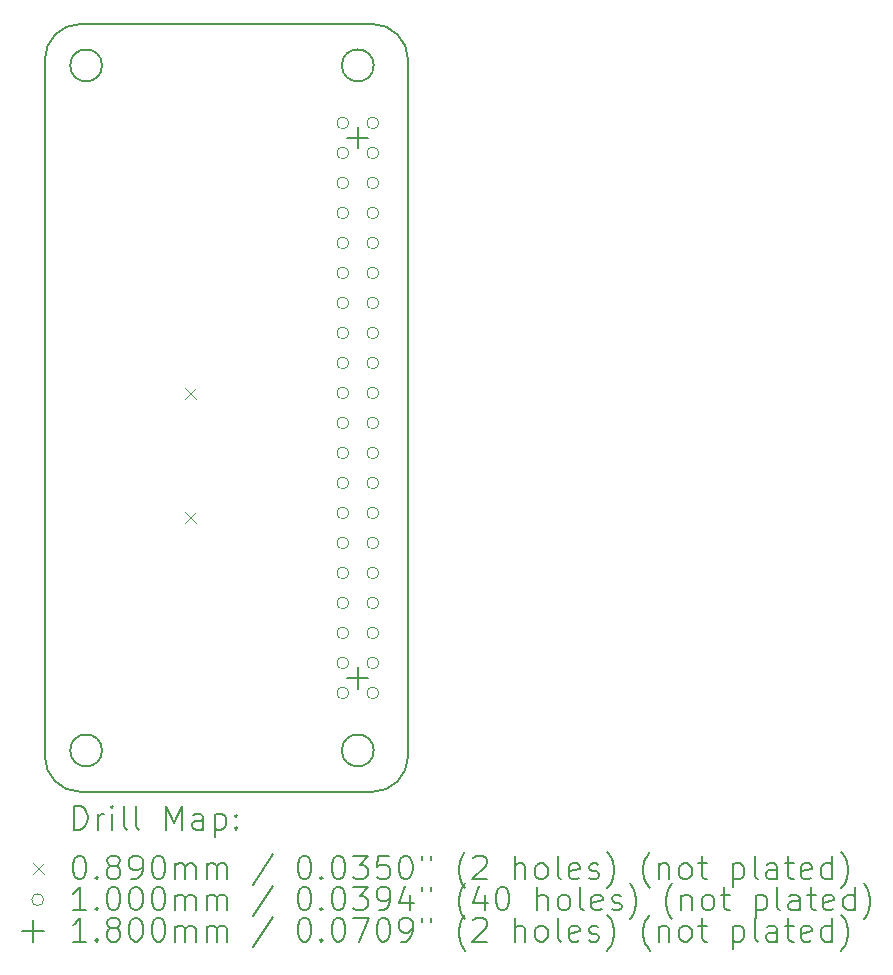
<source format=gbr>
%FSLAX45Y45*%
G04 Gerber Fmt 4.5, Leading zero omitted, Abs format (unit mm)*
G04 Created by KiCad (PCBNEW (6.0.5)) date 2022-06-23 22:14:49*
%MOMM*%
%LPD*%
G01*
G04 APERTURE LIST*
%TA.AperFunction,Profile*%
%ADD10C,0.200000*%
%TD*%
%ADD11C,0.200000*%
%ADD12C,0.089000*%
%ADD13C,0.100000*%
%ADD14C,0.180000*%
G04 APERTURE END LIST*
D10*
X11885000Y-7675000D02*
G75*
G03*
X11885000Y-7675000I-135000J0D01*
G01*
X14185000Y-7675000D02*
G75*
G03*
X14185000Y-7675000I-135000J0D01*
G01*
X11700000Y-7325000D02*
G75*
G03*
X11400000Y-7625000I0J-300000D01*
G01*
X11885000Y-13475000D02*
G75*
G03*
X11885000Y-13475000I-135000J0D01*
G01*
X14475000Y-7625000D02*
G75*
G03*
X14175000Y-7325000I-300000J0D01*
G01*
X14175000Y-13825000D02*
G75*
G03*
X14475000Y-13525000I0J300000D01*
G01*
X11700000Y-7325000D02*
X14175000Y-7325000D01*
X11400000Y-13525000D02*
G75*
G03*
X11700000Y-13825000I300000J0D01*
G01*
X11400000Y-13525000D02*
X11400000Y-7625000D01*
X14185000Y-13475000D02*
G75*
G03*
X14185000Y-13475000I-135000J0D01*
G01*
X14475000Y-7625000D02*
X14475000Y-13525000D01*
X14175000Y-13825000D02*
X11700000Y-13825000D01*
D11*
D12*
X12590500Y-10408000D02*
X12679500Y-10497000D01*
X12679500Y-10408000D02*
X12590500Y-10497000D01*
X12590500Y-11458000D02*
X12679500Y-11547000D01*
X12679500Y-11458000D02*
X12590500Y-11547000D01*
D13*
X13973000Y-8162000D02*
G75*
G03*
X13973000Y-8162000I-50000J0D01*
G01*
X13973000Y-8416000D02*
G75*
G03*
X13973000Y-8416000I-50000J0D01*
G01*
X13973000Y-8670000D02*
G75*
G03*
X13973000Y-8670000I-50000J0D01*
G01*
X13973000Y-8924000D02*
G75*
G03*
X13973000Y-8924000I-50000J0D01*
G01*
X13973000Y-9178000D02*
G75*
G03*
X13973000Y-9178000I-50000J0D01*
G01*
X13973000Y-9432000D02*
G75*
G03*
X13973000Y-9432000I-50000J0D01*
G01*
X13973000Y-9686000D02*
G75*
G03*
X13973000Y-9686000I-50000J0D01*
G01*
X13973000Y-9940000D02*
G75*
G03*
X13973000Y-9940000I-50000J0D01*
G01*
X13973000Y-10194000D02*
G75*
G03*
X13973000Y-10194000I-50000J0D01*
G01*
X13973000Y-10448000D02*
G75*
G03*
X13973000Y-10448000I-50000J0D01*
G01*
X13973000Y-10702000D02*
G75*
G03*
X13973000Y-10702000I-50000J0D01*
G01*
X13973000Y-10956000D02*
G75*
G03*
X13973000Y-10956000I-50000J0D01*
G01*
X13973000Y-11210000D02*
G75*
G03*
X13973000Y-11210000I-50000J0D01*
G01*
X13973000Y-11464000D02*
G75*
G03*
X13973000Y-11464000I-50000J0D01*
G01*
X13973000Y-11718000D02*
G75*
G03*
X13973000Y-11718000I-50000J0D01*
G01*
X13973000Y-11972000D02*
G75*
G03*
X13973000Y-11972000I-50000J0D01*
G01*
X13973000Y-12226000D02*
G75*
G03*
X13973000Y-12226000I-50000J0D01*
G01*
X13973000Y-12480000D02*
G75*
G03*
X13973000Y-12480000I-50000J0D01*
G01*
X13973000Y-12734000D02*
G75*
G03*
X13973000Y-12734000I-50000J0D01*
G01*
X13973000Y-12988000D02*
G75*
G03*
X13973000Y-12988000I-50000J0D01*
G01*
X14227000Y-8162000D02*
G75*
G03*
X14227000Y-8162000I-50000J0D01*
G01*
X14227000Y-8416000D02*
G75*
G03*
X14227000Y-8416000I-50000J0D01*
G01*
X14227000Y-8670000D02*
G75*
G03*
X14227000Y-8670000I-50000J0D01*
G01*
X14227000Y-8924000D02*
G75*
G03*
X14227000Y-8924000I-50000J0D01*
G01*
X14227000Y-9178000D02*
G75*
G03*
X14227000Y-9178000I-50000J0D01*
G01*
X14227000Y-9432000D02*
G75*
G03*
X14227000Y-9432000I-50000J0D01*
G01*
X14227000Y-9686000D02*
G75*
G03*
X14227000Y-9686000I-50000J0D01*
G01*
X14227000Y-9940000D02*
G75*
G03*
X14227000Y-9940000I-50000J0D01*
G01*
X14227000Y-10194000D02*
G75*
G03*
X14227000Y-10194000I-50000J0D01*
G01*
X14227000Y-10448000D02*
G75*
G03*
X14227000Y-10448000I-50000J0D01*
G01*
X14227000Y-10702000D02*
G75*
G03*
X14227000Y-10702000I-50000J0D01*
G01*
X14227000Y-10956000D02*
G75*
G03*
X14227000Y-10956000I-50000J0D01*
G01*
X14227000Y-11210000D02*
G75*
G03*
X14227000Y-11210000I-50000J0D01*
G01*
X14227000Y-11464000D02*
G75*
G03*
X14227000Y-11464000I-50000J0D01*
G01*
X14227000Y-11718000D02*
G75*
G03*
X14227000Y-11718000I-50000J0D01*
G01*
X14227000Y-11972000D02*
G75*
G03*
X14227000Y-11972000I-50000J0D01*
G01*
X14227000Y-12226000D02*
G75*
G03*
X14227000Y-12226000I-50000J0D01*
G01*
X14227000Y-12480000D02*
G75*
G03*
X14227000Y-12480000I-50000J0D01*
G01*
X14227000Y-12734000D02*
G75*
G03*
X14227000Y-12734000I-50000J0D01*
G01*
X14227000Y-12988000D02*
G75*
G03*
X14227000Y-12988000I-50000J0D01*
G01*
D14*
X14050000Y-8197000D02*
X14050000Y-8377000D01*
X13960000Y-8287000D02*
X14140000Y-8287000D01*
X14050000Y-12772000D02*
X14050000Y-12952000D01*
X13960000Y-12862000D02*
X14140000Y-12862000D01*
D11*
X11647619Y-14145476D02*
X11647619Y-13945476D01*
X11695238Y-13945476D01*
X11723810Y-13955000D01*
X11742857Y-13974048D01*
X11752381Y-13993095D01*
X11761905Y-14031190D01*
X11761905Y-14059762D01*
X11752381Y-14097857D01*
X11742857Y-14116905D01*
X11723810Y-14135952D01*
X11695238Y-14145476D01*
X11647619Y-14145476D01*
X11847619Y-14145476D02*
X11847619Y-14012143D01*
X11847619Y-14050238D02*
X11857143Y-14031190D01*
X11866667Y-14021667D01*
X11885714Y-14012143D01*
X11904762Y-14012143D01*
X11971429Y-14145476D02*
X11971429Y-14012143D01*
X11971429Y-13945476D02*
X11961905Y-13955000D01*
X11971429Y-13964524D01*
X11980952Y-13955000D01*
X11971429Y-13945476D01*
X11971429Y-13964524D01*
X12095238Y-14145476D02*
X12076190Y-14135952D01*
X12066667Y-14116905D01*
X12066667Y-13945476D01*
X12200000Y-14145476D02*
X12180952Y-14135952D01*
X12171429Y-14116905D01*
X12171429Y-13945476D01*
X12428571Y-14145476D02*
X12428571Y-13945476D01*
X12495238Y-14088333D01*
X12561905Y-13945476D01*
X12561905Y-14145476D01*
X12742857Y-14145476D02*
X12742857Y-14040714D01*
X12733333Y-14021667D01*
X12714286Y-14012143D01*
X12676190Y-14012143D01*
X12657143Y-14021667D01*
X12742857Y-14135952D02*
X12723810Y-14145476D01*
X12676190Y-14145476D01*
X12657143Y-14135952D01*
X12647619Y-14116905D01*
X12647619Y-14097857D01*
X12657143Y-14078809D01*
X12676190Y-14069286D01*
X12723810Y-14069286D01*
X12742857Y-14059762D01*
X12838095Y-14012143D02*
X12838095Y-14212143D01*
X12838095Y-14021667D02*
X12857143Y-14012143D01*
X12895238Y-14012143D01*
X12914286Y-14021667D01*
X12923810Y-14031190D01*
X12933333Y-14050238D01*
X12933333Y-14107381D01*
X12923810Y-14126428D01*
X12914286Y-14135952D01*
X12895238Y-14145476D01*
X12857143Y-14145476D01*
X12838095Y-14135952D01*
X13019048Y-14126428D02*
X13028571Y-14135952D01*
X13019048Y-14145476D01*
X13009524Y-14135952D01*
X13019048Y-14126428D01*
X13019048Y-14145476D01*
X13019048Y-14021667D02*
X13028571Y-14031190D01*
X13019048Y-14040714D01*
X13009524Y-14031190D01*
X13019048Y-14021667D01*
X13019048Y-14040714D01*
D12*
X11301000Y-14430500D02*
X11390000Y-14519500D01*
X11390000Y-14430500D02*
X11301000Y-14519500D01*
D11*
X11685714Y-14365476D02*
X11704762Y-14365476D01*
X11723810Y-14375000D01*
X11733333Y-14384524D01*
X11742857Y-14403571D01*
X11752381Y-14441667D01*
X11752381Y-14489286D01*
X11742857Y-14527381D01*
X11733333Y-14546428D01*
X11723810Y-14555952D01*
X11704762Y-14565476D01*
X11685714Y-14565476D01*
X11666667Y-14555952D01*
X11657143Y-14546428D01*
X11647619Y-14527381D01*
X11638095Y-14489286D01*
X11638095Y-14441667D01*
X11647619Y-14403571D01*
X11657143Y-14384524D01*
X11666667Y-14375000D01*
X11685714Y-14365476D01*
X11838095Y-14546428D02*
X11847619Y-14555952D01*
X11838095Y-14565476D01*
X11828571Y-14555952D01*
X11838095Y-14546428D01*
X11838095Y-14565476D01*
X11961905Y-14451190D02*
X11942857Y-14441667D01*
X11933333Y-14432143D01*
X11923810Y-14413095D01*
X11923810Y-14403571D01*
X11933333Y-14384524D01*
X11942857Y-14375000D01*
X11961905Y-14365476D01*
X12000000Y-14365476D01*
X12019048Y-14375000D01*
X12028571Y-14384524D01*
X12038095Y-14403571D01*
X12038095Y-14413095D01*
X12028571Y-14432143D01*
X12019048Y-14441667D01*
X12000000Y-14451190D01*
X11961905Y-14451190D01*
X11942857Y-14460714D01*
X11933333Y-14470238D01*
X11923810Y-14489286D01*
X11923810Y-14527381D01*
X11933333Y-14546428D01*
X11942857Y-14555952D01*
X11961905Y-14565476D01*
X12000000Y-14565476D01*
X12019048Y-14555952D01*
X12028571Y-14546428D01*
X12038095Y-14527381D01*
X12038095Y-14489286D01*
X12028571Y-14470238D01*
X12019048Y-14460714D01*
X12000000Y-14451190D01*
X12133333Y-14565476D02*
X12171429Y-14565476D01*
X12190476Y-14555952D01*
X12200000Y-14546428D01*
X12219048Y-14517857D01*
X12228571Y-14479762D01*
X12228571Y-14403571D01*
X12219048Y-14384524D01*
X12209524Y-14375000D01*
X12190476Y-14365476D01*
X12152381Y-14365476D01*
X12133333Y-14375000D01*
X12123810Y-14384524D01*
X12114286Y-14403571D01*
X12114286Y-14451190D01*
X12123810Y-14470238D01*
X12133333Y-14479762D01*
X12152381Y-14489286D01*
X12190476Y-14489286D01*
X12209524Y-14479762D01*
X12219048Y-14470238D01*
X12228571Y-14451190D01*
X12352381Y-14365476D02*
X12371429Y-14365476D01*
X12390476Y-14375000D01*
X12400000Y-14384524D01*
X12409524Y-14403571D01*
X12419048Y-14441667D01*
X12419048Y-14489286D01*
X12409524Y-14527381D01*
X12400000Y-14546428D01*
X12390476Y-14555952D01*
X12371429Y-14565476D01*
X12352381Y-14565476D01*
X12333333Y-14555952D01*
X12323810Y-14546428D01*
X12314286Y-14527381D01*
X12304762Y-14489286D01*
X12304762Y-14441667D01*
X12314286Y-14403571D01*
X12323810Y-14384524D01*
X12333333Y-14375000D01*
X12352381Y-14365476D01*
X12504762Y-14565476D02*
X12504762Y-14432143D01*
X12504762Y-14451190D02*
X12514286Y-14441667D01*
X12533333Y-14432143D01*
X12561905Y-14432143D01*
X12580952Y-14441667D01*
X12590476Y-14460714D01*
X12590476Y-14565476D01*
X12590476Y-14460714D02*
X12600000Y-14441667D01*
X12619048Y-14432143D01*
X12647619Y-14432143D01*
X12666667Y-14441667D01*
X12676190Y-14460714D01*
X12676190Y-14565476D01*
X12771429Y-14565476D02*
X12771429Y-14432143D01*
X12771429Y-14451190D02*
X12780952Y-14441667D01*
X12800000Y-14432143D01*
X12828571Y-14432143D01*
X12847619Y-14441667D01*
X12857143Y-14460714D01*
X12857143Y-14565476D01*
X12857143Y-14460714D02*
X12866667Y-14441667D01*
X12885714Y-14432143D01*
X12914286Y-14432143D01*
X12933333Y-14441667D01*
X12942857Y-14460714D01*
X12942857Y-14565476D01*
X13333333Y-14355952D02*
X13161905Y-14613095D01*
X13590476Y-14365476D02*
X13609524Y-14365476D01*
X13628571Y-14375000D01*
X13638095Y-14384524D01*
X13647619Y-14403571D01*
X13657143Y-14441667D01*
X13657143Y-14489286D01*
X13647619Y-14527381D01*
X13638095Y-14546428D01*
X13628571Y-14555952D01*
X13609524Y-14565476D01*
X13590476Y-14565476D01*
X13571429Y-14555952D01*
X13561905Y-14546428D01*
X13552381Y-14527381D01*
X13542857Y-14489286D01*
X13542857Y-14441667D01*
X13552381Y-14403571D01*
X13561905Y-14384524D01*
X13571429Y-14375000D01*
X13590476Y-14365476D01*
X13742857Y-14546428D02*
X13752381Y-14555952D01*
X13742857Y-14565476D01*
X13733333Y-14555952D01*
X13742857Y-14546428D01*
X13742857Y-14565476D01*
X13876190Y-14365476D02*
X13895238Y-14365476D01*
X13914286Y-14375000D01*
X13923810Y-14384524D01*
X13933333Y-14403571D01*
X13942857Y-14441667D01*
X13942857Y-14489286D01*
X13933333Y-14527381D01*
X13923810Y-14546428D01*
X13914286Y-14555952D01*
X13895238Y-14565476D01*
X13876190Y-14565476D01*
X13857143Y-14555952D01*
X13847619Y-14546428D01*
X13838095Y-14527381D01*
X13828571Y-14489286D01*
X13828571Y-14441667D01*
X13838095Y-14403571D01*
X13847619Y-14384524D01*
X13857143Y-14375000D01*
X13876190Y-14365476D01*
X14009524Y-14365476D02*
X14133333Y-14365476D01*
X14066667Y-14441667D01*
X14095238Y-14441667D01*
X14114286Y-14451190D01*
X14123810Y-14460714D01*
X14133333Y-14479762D01*
X14133333Y-14527381D01*
X14123810Y-14546428D01*
X14114286Y-14555952D01*
X14095238Y-14565476D01*
X14038095Y-14565476D01*
X14019048Y-14555952D01*
X14009524Y-14546428D01*
X14314286Y-14365476D02*
X14219048Y-14365476D01*
X14209524Y-14460714D01*
X14219048Y-14451190D01*
X14238095Y-14441667D01*
X14285714Y-14441667D01*
X14304762Y-14451190D01*
X14314286Y-14460714D01*
X14323810Y-14479762D01*
X14323810Y-14527381D01*
X14314286Y-14546428D01*
X14304762Y-14555952D01*
X14285714Y-14565476D01*
X14238095Y-14565476D01*
X14219048Y-14555952D01*
X14209524Y-14546428D01*
X14447619Y-14365476D02*
X14466667Y-14365476D01*
X14485714Y-14375000D01*
X14495238Y-14384524D01*
X14504762Y-14403571D01*
X14514286Y-14441667D01*
X14514286Y-14489286D01*
X14504762Y-14527381D01*
X14495238Y-14546428D01*
X14485714Y-14555952D01*
X14466667Y-14565476D01*
X14447619Y-14565476D01*
X14428571Y-14555952D01*
X14419048Y-14546428D01*
X14409524Y-14527381D01*
X14400000Y-14489286D01*
X14400000Y-14441667D01*
X14409524Y-14403571D01*
X14419048Y-14384524D01*
X14428571Y-14375000D01*
X14447619Y-14365476D01*
X14590476Y-14365476D02*
X14590476Y-14403571D01*
X14666667Y-14365476D02*
X14666667Y-14403571D01*
X14961905Y-14641667D02*
X14952381Y-14632143D01*
X14933333Y-14603571D01*
X14923810Y-14584524D01*
X14914286Y-14555952D01*
X14904762Y-14508333D01*
X14904762Y-14470238D01*
X14914286Y-14422619D01*
X14923810Y-14394048D01*
X14933333Y-14375000D01*
X14952381Y-14346428D01*
X14961905Y-14336905D01*
X15028571Y-14384524D02*
X15038095Y-14375000D01*
X15057143Y-14365476D01*
X15104762Y-14365476D01*
X15123810Y-14375000D01*
X15133333Y-14384524D01*
X15142857Y-14403571D01*
X15142857Y-14422619D01*
X15133333Y-14451190D01*
X15019048Y-14565476D01*
X15142857Y-14565476D01*
X15380952Y-14565476D02*
X15380952Y-14365476D01*
X15466667Y-14565476D02*
X15466667Y-14460714D01*
X15457143Y-14441667D01*
X15438095Y-14432143D01*
X15409524Y-14432143D01*
X15390476Y-14441667D01*
X15380952Y-14451190D01*
X15590476Y-14565476D02*
X15571429Y-14555952D01*
X15561905Y-14546428D01*
X15552381Y-14527381D01*
X15552381Y-14470238D01*
X15561905Y-14451190D01*
X15571429Y-14441667D01*
X15590476Y-14432143D01*
X15619048Y-14432143D01*
X15638095Y-14441667D01*
X15647619Y-14451190D01*
X15657143Y-14470238D01*
X15657143Y-14527381D01*
X15647619Y-14546428D01*
X15638095Y-14555952D01*
X15619048Y-14565476D01*
X15590476Y-14565476D01*
X15771429Y-14565476D02*
X15752381Y-14555952D01*
X15742857Y-14536905D01*
X15742857Y-14365476D01*
X15923810Y-14555952D02*
X15904762Y-14565476D01*
X15866667Y-14565476D01*
X15847619Y-14555952D01*
X15838095Y-14536905D01*
X15838095Y-14460714D01*
X15847619Y-14441667D01*
X15866667Y-14432143D01*
X15904762Y-14432143D01*
X15923810Y-14441667D01*
X15933333Y-14460714D01*
X15933333Y-14479762D01*
X15838095Y-14498809D01*
X16009524Y-14555952D02*
X16028571Y-14565476D01*
X16066667Y-14565476D01*
X16085714Y-14555952D01*
X16095238Y-14536905D01*
X16095238Y-14527381D01*
X16085714Y-14508333D01*
X16066667Y-14498809D01*
X16038095Y-14498809D01*
X16019048Y-14489286D01*
X16009524Y-14470238D01*
X16009524Y-14460714D01*
X16019048Y-14441667D01*
X16038095Y-14432143D01*
X16066667Y-14432143D01*
X16085714Y-14441667D01*
X16161905Y-14641667D02*
X16171429Y-14632143D01*
X16190476Y-14603571D01*
X16200000Y-14584524D01*
X16209524Y-14555952D01*
X16219048Y-14508333D01*
X16219048Y-14470238D01*
X16209524Y-14422619D01*
X16200000Y-14394048D01*
X16190476Y-14375000D01*
X16171429Y-14346428D01*
X16161905Y-14336905D01*
X16523810Y-14641667D02*
X16514286Y-14632143D01*
X16495238Y-14603571D01*
X16485714Y-14584524D01*
X16476190Y-14555952D01*
X16466667Y-14508333D01*
X16466667Y-14470238D01*
X16476190Y-14422619D01*
X16485714Y-14394048D01*
X16495238Y-14375000D01*
X16514286Y-14346428D01*
X16523810Y-14336905D01*
X16600000Y-14432143D02*
X16600000Y-14565476D01*
X16600000Y-14451190D02*
X16609524Y-14441667D01*
X16628571Y-14432143D01*
X16657143Y-14432143D01*
X16676190Y-14441667D01*
X16685714Y-14460714D01*
X16685714Y-14565476D01*
X16809524Y-14565476D02*
X16790476Y-14555952D01*
X16780952Y-14546428D01*
X16771429Y-14527381D01*
X16771429Y-14470238D01*
X16780952Y-14451190D01*
X16790476Y-14441667D01*
X16809524Y-14432143D01*
X16838095Y-14432143D01*
X16857143Y-14441667D01*
X16866667Y-14451190D01*
X16876191Y-14470238D01*
X16876191Y-14527381D01*
X16866667Y-14546428D01*
X16857143Y-14555952D01*
X16838095Y-14565476D01*
X16809524Y-14565476D01*
X16933333Y-14432143D02*
X17009524Y-14432143D01*
X16961905Y-14365476D02*
X16961905Y-14536905D01*
X16971429Y-14555952D01*
X16990476Y-14565476D01*
X17009524Y-14565476D01*
X17228572Y-14432143D02*
X17228572Y-14632143D01*
X17228572Y-14441667D02*
X17247619Y-14432143D01*
X17285714Y-14432143D01*
X17304762Y-14441667D01*
X17314286Y-14451190D01*
X17323810Y-14470238D01*
X17323810Y-14527381D01*
X17314286Y-14546428D01*
X17304762Y-14555952D01*
X17285714Y-14565476D01*
X17247619Y-14565476D01*
X17228572Y-14555952D01*
X17438095Y-14565476D02*
X17419048Y-14555952D01*
X17409524Y-14536905D01*
X17409524Y-14365476D01*
X17600000Y-14565476D02*
X17600000Y-14460714D01*
X17590476Y-14441667D01*
X17571429Y-14432143D01*
X17533333Y-14432143D01*
X17514286Y-14441667D01*
X17600000Y-14555952D02*
X17580952Y-14565476D01*
X17533333Y-14565476D01*
X17514286Y-14555952D01*
X17504762Y-14536905D01*
X17504762Y-14517857D01*
X17514286Y-14498809D01*
X17533333Y-14489286D01*
X17580952Y-14489286D01*
X17600000Y-14479762D01*
X17666667Y-14432143D02*
X17742857Y-14432143D01*
X17695238Y-14365476D02*
X17695238Y-14536905D01*
X17704762Y-14555952D01*
X17723810Y-14565476D01*
X17742857Y-14565476D01*
X17885714Y-14555952D02*
X17866667Y-14565476D01*
X17828572Y-14565476D01*
X17809524Y-14555952D01*
X17800000Y-14536905D01*
X17800000Y-14460714D01*
X17809524Y-14441667D01*
X17828572Y-14432143D01*
X17866667Y-14432143D01*
X17885714Y-14441667D01*
X17895238Y-14460714D01*
X17895238Y-14479762D01*
X17800000Y-14498809D01*
X18066667Y-14565476D02*
X18066667Y-14365476D01*
X18066667Y-14555952D02*
X18047619Y-14565476D01*
X18009524Y-14565476D01*
X17990476Y-14555952D01*
X17980952Y-14546428D01*
X17971429Y-14527381D01*
X17971429Y-14470238D01*
X17980952Y-14451190D01*
X17990476Y-14441667D01*
X18009524Y-14432143D01*
X18047619Y-14432143D01*
X18066667Y-14441667D01*
X18142857Y-14641667D02*
X18152381Y-14632143D01*
X18171429Y-14603571D01*
X18180952Y-14584524D01*
X18190476Y-14555952D01*
X18200000Y-14508333D01*
X18200000Y-14470238D01*
X18190476Y-14422619D01*
X18180952Y-14394048D01*
X18171429Y-14375000D01*
X18152381Y-14346428D01*
X18142857Y-14336905D01*
D13*
X11390000Y-14739000D02*
G75*
G03*
X11390000Y-14739000I-50000J0D01*
G01*
D11*
X11752381Y-14829476D02*
X11638095Y-14829476D01*
X11695238Y-14829476D02*
X11695238Y-14629476D01*
X11676190Y-14658048D01*
X11657143Y-14677095D01*
X11638095Y-14686619D01*
X11838095Y-14810428D02*
X11847619Y-14819952D01*
X11838095Y-14829476D01*
X11828571Y-14819952D01*
X11838095Y-14810428D01*
X11838095Y-14829476D01*
X11971429Y-14629476D02*
X11990476Y-14629476D01*
X12009524Y-14639000D01*
X12019048Y-14648524D01*
X12028571Y-14667571D01*
X12038095Y-14705667D01*
X12038095Y-14753286D01*
X12028571Y-14791381D01*
X12019048Y-14810428D01*
X12009524Y-14819952D01*
X11990476Y-14829476D01*
X11971429Y-14829476D01*
X11952381Y-14819952D01*
X11942857Y-14810428D01*
X11933333Y-14791381D01*
X11923810Y-14753286D01*
X11923810Y-14705667D01*
X11933333Y-14667571D01*
X11942857Y-14648524D01*
X11952381Y-14639000D01*
X11971429Y-14629476D01*
X12161905Y-14629476D02*
X12180952Y-14629476D01*
X12200000Y-14639000D01*
X12209524Y-14648524D01*
X12219048Y-14667571D01*
X12228571Y-14705667D01*
X12228571Y-14753286D01*
X12219048Y-14791381D01*
X12209524Y-14810428D01*
X12200000Y-14819952D01*
X12180952Y-14829476D01*
X12161905Y-14829476D01*
X12142857Y-14819952D01*
X12133333Y-14810428D01*
X12123810Y-14791381D01*
X12114286Y-14753286D01*
X12114286Y-14705667D01*
X12123810Y-14667571D01*
X12133333Y-14648524D01*
X12142857Y-14639000D01*
X12161905Y-14629476D01*
X12352381Y-14629476D02*
X12371429Y-14629476D01*
X12390476Y-14639000D01*
X12400000Y-14648524D01*
X12409524Y-14667571D01*
X12419048Y-14705667D01*
X12419048Y-14753286D01*
X12409524Y-14791381D01*
X12400000Y-14810428D01*
X12390476Y-14819952D01*
X12371429Y-14829476D01*
X12352381Y-14829476D01*
X12333333Y-14819952D01*
X12323810Y-14810428D01*
X12314286Y-14791381D01*
X12304762Y-14753286D01*
X12304762Y-14705667D01*
X12314286Y-14667571D01*
X12323810Y-14648524D01*
X12333333Y-14639000D01*
X12352381Y-14629476D01*
X12504762Y-14829476D02*
X12504762Y-14696143D01*
X12504762Y-14715190D02*
X12514286Y-14705667D01*
X12533333Y-14696143D01*
X12561905Y-14696143D01*
X12580952Y-14705667D01*
X12590476Y-14724714D01*
X12590476Y-14829476D01*
X12590476Y-14724714D02*
X12600000Y-14705667D01*
X12619048Y-14696143D01*
X12647619Y-14696143D01*
X12666667Y-14705667D01*
X12676190Y-14724714D01*
X12676190Y-14829476D01*
X12771429Y-14829476D02*
X12771429Y-14696143D01*
X12771429Y-14715190D02*
X12780952Y-14705667D01*
X12800000Y-14696143D01*
X12828571Y-14696143D01*
X12847619Y-14705667D01*
X12857143Y-14724714D01*
X12857143Y-14829476D01*
X12857143Y-14724714D02*
X12866667Y-14705667D01*
X12885714Y-14696143D01*
X12914286Y-14696143D01*
X12933333Y-14705667D01*
X12942857Y-14724714D01*
X12942857Y-14829476D01*
X13333333Y-14619952D02*
X13161905Y-14877095D01*
X13590476Y-14629476D02*
X13609524Y-14629476D01*
X13628571Y-14639000D01*
X13638095Y-14648524D01*
X13647619Y-14667571D01*
X13657143Y-14705667D01*
X13657143Y-14753286D01*
X13647619Y-14791381D01*
X13638095Y-14810428D01*
X13628571Y-14819952D01*
X13609524Y-14829476D01*
X13590476Y-14829476D01*
X13571429Y-14819952D01*
X13561905Y-14810428D01*
X13552381Y-14791381D01*
X13542857Y-14753286D01*
X13542857Y-14705667D01*
X13552381Y-14667571D01*
X13561905Y-14648524D01*
X13571429Y-14639000D01*
X13590476Y-14629476D01*
X13742857Y-14810428D02*
X13752381Y-14819952D01*
X13742857Y-14829476D01*
X13733333Y-14819952D01*
X13742857Y-14810428D01*
X13742857Y-14829476D01*
X13876190Y-14629476D02*
X13895238Y-14629476D01*
X13914286Y-14639000D01*
X13923810Y-14648524D01*
X13933333Y-14667571D01*
X13942857Y-14705667D01*
X13942857Y-14753286D01*
X13933333Y-14791381D01*
X13923810Y-14810428D01*
X13914286Y-14819952D01*
X13895238Y-14829476D01*
X13876190Y-14829476D01*
X13857143Y-14819952D01*
X13847619Y-14810428D01*
X13838095Y-14791381D01*
X13828571Y-14753286D01*
X13828571Y-14705667D01*
X13838095Y-14667571D01*
X13847619Y-14648524D01*
X13857143Y-14639000D01*
X13876190Y-14629476D01*
X14009524Y-14629476D02*
X14133333Y-14629476D01*
X14066667Y-14705667D01*
X14095238Y-14705667D01*
X14114286Y-14715190D01*
X14123810Y-14724714D01*
X14133333Y-14743762D01*
X14133333Y-14791381D01*
X14123810Y-14810428D01*
X14114286Y-14819952D01*
X14095238Y-14829476D01*
X14038095Y-14829476D01*
X14019048Y-14819952D01*
X14009524Y-14810428D01*
X14228571Y-14829476D02*
X14266667Y-14829476D01*
X14285714Y-14819952D01*
X14295238Y-14810428D01*
X14314286Y-14781857D01*
X14323810Y-14743762D01*
X14323810Y-14667571D01*
X14314286Y-14648524D01*
X14304762Y-14639000D01*
X14285714Y-14629476D01*
X14247619Y-14629476D01*
X14228571Y-14639000D01*
X14219048Y-14648524D01*
X14209524Y-14667571D01*
X14209524Y-14715190D01*
X14219048Y-14734238D01*
X14228571Y-14743762D01*
X14247619Y-14753286D01*
X14285714Y-14753286D01*
X14304762Y-14743762D01*
X14314286Y-14734238D01*
X14323810Y-14715190D01*
X14495238Y-14696143D02*
X14495238Y-14829476D01*
X14447619Y-14619952D02*
X14400000Y-14762809D01*
X14523810Y-14762809D01*
X14590476Y-14629476D02*
X14590476Y-14667571D01*
X14666667Y-14629476D02*
X14666667Y-14667571D01*
X14961905Y-14905667D02*
X14952381Y-14896143D01*
X14933333Y-14867571D01*
X14923810Y-14848524D01*
X14914286Y-14819952D01*
X14904762Y-14772333D01*
X14904762Y-14734238D01*
X14914286Y-14686619D01*
X14923810Y-14658048D01*
X14933333Y-14639000D01*
X14952381Y-14610428D01*
X14961905Y-14600905D01*
X15123810Y-14696143D02*
X15123810Y-14829476D01*
X15076190Y-14619952D02*
X15028571Y-14762809D01*
X15152381Y-14762809D01*
X15266667Y-14629476D02*
X15285714Y-14629476D01*
X15304762Y-14639000D01*
X15314286Y-14648524D01*
X15323810Y-14667571D01*
X15333333Y-14705667D01*
X15333333Y-14753286D01*
X15323810Y-14791381D01*
X15314286Y-14810428D01*
X15304762Y-14819952D01*
X15285714Y-14829476D01*
X15266667Y-14829476D01*
X15247619Y-14819952D01*
X15238095Y-14810428D01*
X15228571Y-14791381D01*
X15219048Y-14753286D01*
X15219048Y-14705667D01*
X15228571Y-14667571D01*
X15238095Y-14648524D01*
X15247619Y-14639000D01*
X15266667Y-14629476D01*
X15571429Y-14829476D02*
X15571429Y-14629476D01*
X15657143Y-14829476D02*
X15657143Y-14724714D01*
X15647619Y-14705667D01*
X15628571Y-14696143D01*
X15600000Y-14696143D01*
X15580952Y-14705667D01*
X15571429Y-14715190D01*
X15780952Y-14829476D02*
X15761905Y-14819952D01*
X15752381Y-14810428D01*
X15742857Y-14791381D01*
X15742857Y-14734238D01*
X15752381Y-14715190D01*
X15761905Y-14705667D01*
X15780952Y-14696143D01*
X15809524Y-14696143D01*
X15828571Y-14705667D01*
X15838095Y-14715190D01*
X15847619Y-14734238D01*
X15847619Y-14791381D01*
X15838095Y-14810428D01*
X15828571Y-14819952D01*
X15809524Y-14829476D01*
X15780952Y-14829476D01*
X15961905Y-14829476D02*
X15942857Y-14819952D01*
X15933333Y-14800905D01*
X15933333Y-14629476D01*
X16114286Y-14819952D02*
X16095238Y-14829476D01*
X16057143Y-14829476D01*
X16038095Y-14819952D01*
X16028571Y-14800905D01*
X16028571Y-14724714D01*
X16038095Y-14705667D01*
X16057143Y-14696143D01*
X16095238Y-14696143D01*
X16114286Y-14705667D01*
X16123810Y-14724714D01*
X16123810Y-14743762D01*
X16028571Y-14762809D01*
X16200000Y-14819952D02*
X16219048Y-14829476D01*
X16257143Y-14829476D01*
X16276190Y-14819952D01*
X16285714Y-14800905D01*
X16285714Y-14791381D01*
X16276190Y-14772333D01*
X16257143Y-14762809D01*
X16228571Y-14762809D01*
X16209524Y-14753286D01*
X16200000Y-14734238D01*
X16200000Y-14724714D01*
X16209524Y-14705667D01*
X16228571Y-14696143D01*
X16257143Y-14696143D01*
X16276190Y-14705667D01*
X16352381Y-14905667D02*
X16361905Y-14896143D01*
X16380952Y-14867571D01*
X16390476Y-14848524D01*
X16400000Y-14819952D01*
X16409524Y-14772333D01*
X16409524Y-14734238D01*
X16400000Y-14686619D01*
X16390476Y-14658048D01*
X16380952Y-14639000D01*
X16361905Y-14610428D01*
X16352381Y-14600905D01*
X16714286Y-14905667D02*
X16704762Y-14896143D01*
X16685714Y-14867571D01*
X16676190Y-14848524D01*
X16666667Y-14819952D01*
X16657143Y-14772333D01*
X16657143Y-14734238D01*
X16666667Y-14686619D01*
X16676190Y-14658048D01*
X16685714Y-14639000D01*
X16704762Y-14610428D01*
X16714286Y-14600905D01*
X16790476Y-14696143D02*
X16790476Y-14829476D01*
X16790476Y-14715190D02*
X16800000Y-14705667D01*
X16819048Y-14696143D01*
X16847619Y-14696143D01*
X16866667Y-14705667D01*
X16876191Y-14724714D01*
X16876191Y-14829476D01*
X17000000Y-14829476D02*
X16980952Y-14819952D01*
X16971429Y-14810428D01*
X16961905Y-14791381D01*
X16961905Y-14734238D01*
X16971429Y-14715190D01*
X16980952Y-14705667D01*
X17000000Y-14696143D01*
X17028572Y-14696143D01*
X17047619Y-14705667D01*
X17057143Y-14715190D01*
X17066667Y-14734238D01*
X17066667Y-14791381D01*
X17057143Y-14810428D01*
X17047619Y-14819952D01*
X17028572Y-14829476D01*
X17000000Y-14829476D01*
X17123810Y-14696143D02*
X17200000Y-14696143D01*
X17152381Y-14629476D02*
X17152381Y-14800905D01*
X17161905Y-14819952D01*
X17180952Y-14829476D01*
X17200000Y-14829476D01*
X17419048Y-14696143D02*
X17419048Y-14896143D01*
X17419048Y-14705667D02*
X17438095Y-14696143D01*
X17476191Y-14696143D01*
X17495238Y-14705667D01*
X17504762Y-14715190D01*
X17514286Y-14734238D01*
X17514286Y-14791381D01*
X17504762Y-14810428D01*
X17495238Y-14819952D01*
X17476191Y-14829476D01*
X17438095Y-14829476D01*
X17419048Y-14819952D01*
X17628572Y-14829476D02*
X17609524Y-14819952D01*
X17600000Y-14800905D01*
X17600000Y-14629476D01*
X17790476Y-14829476D02*
X17790476Y-14724714D01*
X17780952Y-14705667D01*
X17761905Y-14696143D01*
X17723810Y-14696143D01*
X17704762Y-14705667D01*
X17790476Y-14819952D02*
X17771429Y-14829476D01*
X17723810Y-14829476D01*
X17704762Y-14819952D01*
X17695238Y-14800905D01*
X17695238Y-14781857D01*
X17704762Y-14762809D01*
X17723810Y-14753286D01*
X17771429Y-14753286D01*
X17790476Y-14743762D01*
X17857143Y-14696143D02*
X17933333Y-14696143D01*
X17885714Y-14629476D02*
X17885714Y-14800905D01*
X17895238Y-14819952D01*
X17914286Y-14829476D01*
X17933333Y-14829476D01*
X18076191Y-14819952D02*
X18057143Y-14829476D01*
X18019048Y-14829476D01*
X18000000Y-14819952D01*
X17990476Y-14800905D01*
X17990476Y-14724714D01*
X18000000Y-14705667D01*
X18019048Y-14696143D01*
X18057143Y-14696143D01*
X18076191Y-14705667D01*
X18085714Y-14724714D01*
X18085714Y-14743762D01*
X17990476Y-14762809D01*
X18257143Y-14829476D02*
X18257143Y-14629476D01*
X18257143Y-14819952D02*
X18238095Y-14829476D01*
X18200000Y-14829476D01*
X18180952Y-14819952D01*
X18171429Y-14810428D01*
X18161905Y-14791381D01*
X18161905Y-14734238D01*
X18171429Y-14715190D01*
X18180952Y-14705667D01*
X18200000Y-14696143D01*
X18238095Y-14696143D01*
X18257143Y-14705667D01*
X18333333Y-14905667D02*
X18342857Y-14896143D01*
X18361905Y-14867571D01*
X18371429Y-14848524D01*
X18380952Y-14819952D01*
X18390476Y-14772333D01*
X18390476Y-14734238D01*
X18380952Y-14686619D01*
X18371429Y-14658048D01*
X18361905Y-14639000D01*
X18342857Y-14610428D01*
X18333333Y-14600905D01*
D14*
X11300000Y-14913000D02*
X11300000Y-15093000D01*
X11210000Y-15003000D02*
X11390000Y-15003000D01*
D11*
X11752381Y-15093476D02*
X11638095Y-15093476D01*
X11695238Y-15093476D02*
X11695238Y-14893476D01*
X11676190Y-14922048D01*
X11657143Y-14941095D01*
X11638095Y-14950619D01*
X11838095Y-15074428D02*
X11847619Y-15083952D01*
X11838095Y-15093476D01*
X11828571Y-15083952D01*
X11838095Y-15074428D01*
X11838095Y-15093476D01*
X11961905Y-14979190D02*
X11942857Y-14969667D01*
X11933333Y-14960143D01*
X11923810Y-14941095D01*
X11923810Y-14931571D01*
X11933333Y-14912524D01*
X11942857Y-14903000D01*
X11961905Y-14893476D01*
X12000000Y-14893476D01*
X12019048Y-14903000D01*
X12028571Y-14912524D01*
X12038095Y-14931571D01*
X12038095Y-14941095D01*
X12028571Y-14960143D01*
X12019048Y-14969667D01*
X12000000Y-14979190D01*
X11961905Y-14979190D01*
X11942857Y-14988714D01*
X11933333Y-14998238D01*
X11923810Y-15017286D01*
X11923810Y-15055381D01*
X11933333Y-15074428D01*
X11942857Y-15083952D01*
X11961905Y-15093476D01*
X12000000Y-15093476D01*
X12019048Y-15083952D01*
X12028571Y-15074428D01*
X12038095Y-15055381D01*
X12038095Y-15017286D01*
X12028571Y-14998238D01*
X12019048Y-14988714D01*
X12000000Y-14979190D01*
X12161905Y-14893476D02*
X12180952Y-14893476D01*
X12200000Y-14903000D01*
X12209524Y-14912524D01*
X12219048Y-14931571D01*
X12228571Y-14969667D01*
X12228571Y-15017286D01*
X12219048Y-15055381D01*
X12209524Y-15074428D01*
X12200000Y-15083952D01*
X12180952Y-15093476D01*
X12161905Y-15093476D01*
X12142857Y-15083952D01*
X12133333Y-15074428D01*
X12123810Y-15055381D01*
X12114286Y-15017286D01*
X12114286Y-14969667D01*
X12123810Y-14931571D01*
X12133333Y-14912524D01*
X12142857Y-14903000D01*
X12161905Y-14893476D01*
X12352381Y-14893476D02*
X12371429Y-14893476D01*
X12390476Y-14903000D01*
X12400000Y-14912524D01*
X12409524Y-14931571D01*
X12419048Y-14969667D01*
X12419048Y-15017286D01*
X12409524Y-15055381D01*
X12400000Y-15074428D01*
X12390476Y-15083952D01*
X12371429Y-15093476D01*
X12352381Y-15093476D01*
X12333333Y-15083952D01*
X12323810Y-15074428D01*
X12314286Y-15055381D01*
X12304762Y-15017286D01*
X12304762Y-14969667D01*
X12314286Y-14931571D01*
X12323810Y-14912524D01*
X12333333Y-14903000D01*
X12352381Y-14893476D01*
X12504762Y-15093476D02*
X12504762Y-14960143D01*
X12504762Y-14979190D02*
X12514286Y-14969667D01*
X12533333Y-14960143D01*
X12561905Y-14960143D01*
X12580952Y-14969667D01*
X12590476Y-14988714D01*
X12590476Y-15093476D01*
X12590476Y-14988714D02*
X12600000Y-14969667D01*
X12619048Y-14960143D01*
X12647619Y-14960143D01*
X12666667Y-14969667D01*
X12676190Y-14988714D01*
X12676190Y-15093476D01*
X12771429Y-15093476D02*
X12771429Y-14960143D01*
X12771429Y-14979190D02*
X12780952Y-14969667D01*
X12800000Y-14960143D01*
X12828571Y-14960143D01*
X12847619Y-14969667D01*
X12857143Y-14988714D01*
X12857143Y-15093476D01*
X12857143Y-14988714D02*
X12866667Y-14969667D01*
X12885714Y-14960143D01*
X12914286Y-14960143D01*
X12933333Y-14969667D01*
X12942857Y-14988714D01*
X12942857Y-15093476D01*
X13333333Y-14883952D02*
X13161905Y-15141095D01*
X13590476Y-14893476D02*
X13609524Y-14893476D01*
X13628571Y-14903000D01*
X13638095Y-14912524D01*
X13647619Y-14931571D01*
X13657143Y-14969667D01*
X13657143Y-15017286D01*
X13647619Y-15055381D01*
X13638095Y-15074428D01*
X13628571Y-15083952D01*
X13609524Y-15093476D01*
X13590476Y-15093476D01*
X13571429Y-15083952D01*
X13561905Y-15074428D01*
X13552381Y-15055381D01*
X13542857Y-15017286D01*
X13542857Y-14969667D01*
X13552381Y-14931571D01*
X13561905Y-14912524D01*
X13571429Y-14903000D01*
X13590476Y-14893476D01*
X13742857Y-15074428D02*
X13752381Y-15083952D01*
X13742857Y-15093476D01*
X13733333Y-15083952D01*
X13742857Y-15074428D01*
X13742857Y-15093476D01*
X13876190Y-14893476D02*
X13895238Y-14893476D01*
X13914286Y-14903000D01*
X13923810Y-14912524D01*
X13933333Y-14931571D01*
X13942857Y-14969667D01*
X13942857Y-15017286D01*
X13933333Y-15055381D01*
X13923810Y-15074428D01*
X13914286Y-15083952D01*
X13895238Y-15093476D01*
X13876190Y-15093476D01*
X13857143Y-15083952D01*
X13847619Y-15074428D01*
X13838095Y-15055381D01*
X13828571Y-15017286D01*
X13828571Y-14969667D01*
X13838095Y-14931571D01*
X13847619Y-14912524D01*
X13857143Y-14903000D01*
X13876190Y-14893476D01*
X14009524Y-14893476D02*
X14142857Y-14893476D01*
X14057143Y-15093476D01*
X14257143Y-14893476D02*
X14276190Y-14893476D01*
X14295238Y-14903000D01*
X14304762Y-14912524D01*
X14314286Y-14931571D01*
X14323810Y-14969667D01*
X14323810Y-15017286D01*
X14314286Y-15055381D01*
X14304762Y-15074428D01*
X14295238Y-15083952D01*
X14276190Y-15093476D01*
X14257143Y-15093476D01*
X14238095Y-15083952D01*
X14228571Y-15074428D01*
X14219048Y-15055381D01*
X14209524Y-15017286D01*
X14209524Y-14969667D01*
X14219048Y-14931571D01*
X14228571Y-14912524D01*
X14238095Y-14903000D01*
X14257143Y-14893476D01*
X14419048Y-15093476D02*
X14457143Y-15093476D01*
X14476190Y-15083952D01*
X14485714Y-15074428D01*
X14504762Y-15045857D01*
X14514286Y-15007762D01*
X14514286Y-14931571D01*
X14504762Y-14912524D01*
X14495238Y-14903000D01*
X14476190Y-14893476D01*
X14438095Y-14893476D01*
X14419048Y-14903000D01*
X14409524Y-14912524D01*
X14400000Y-14931571D01*
X14400000Y-14979190D01*
X14409524Y-14998238D01*
X14419048Y-15007762D01*
X14438095Y-15017286D01*
X14476190Y-15017286D01*
X14495238Y-15007762D01*
X14504762Y-14998238D01*
X14514286Y-14979190D01*
X14590476Y-14893476D02*
X14590476Y-14931571D01*
X14666667Y-14893476D02*
X14666667Y-14931571D01*
X14961905Y-15169667D02*
X14952381Y-15160143D01*
X14933333Y-15131571D01*
X14923810Y-15112524D01*
X14914286Y-15083952D01*
X14904762Y-15036333D01*
X14904762Y-14998238D01*
X14914286Y-14950619D01*
X14923810Y-14922048D01*
X14933333Y-14903000D01*
X14952381Y-14874428D01*
X14961905Y-14864905D01*
X15028571Y-14912524D02*
X15038095Y-14903000D01*
X15057143Y-14893476D01*
X15104762Y-14893476D01*
X15123810Y-14903000D01*
X15133333Y-14912524D01*
X15142857Y-14931571D01*
X15142857Y-14950619D01*
X15133333Y-14979190D01*
X15019048Y-15093476D01*
X15142857Y-15093476D01*
X15380952Y-15093476D02*
X15380952Y-14893476D01*
X15466667Y-15093476D02*
X15466667Y-14988714D01*
X15457143Y-14969667D01*
X15438095Y-14960143D01*
X15409524Y-14960143D01*
X15390476Y-14969667D01*
X15380952Y-14979190D01*
X15590476Y-15093476D02*
X15571429Y-15083952D01*
X15561905Y-15074428D01*
X15552381Y-15055381D01*
X15552381Y-14998238D01*
X15561905Y-14979190D01*
X15571429Y-14969667D01*
X15590476Y-14960143D01*
X15619048Y-14960143D01*
X15638095Y-14969667D01*
X15647619Y-14979190D01*
X15657143Y-14998238D01*
X15657143Y-15055381D01*
X15647619Y-15074428D01*
X15638095Y-15083952D01*
X15619048Y-15093476D01*
X15590476Y-15093476D01*
X15771429Y-15093476D02*
X15752381Y-15083952D01*
X15742857Y-15064905D01*
X15742857Y-14893476D01*
X15923810Y-15083952D02*
X15904762Y-15093476D01*
X15866667Y-15093476D01*
X15847619Y-15083952D01*
X15838095Y-15064905D01*
X15838095Y-14988714D01*
X15847619Y-14969667D01*
X15866667Y-14960143D01*
X15904762Y-14960143D01*
X15923810Y-14969667D01*
X15933333Y-14988714D01*
X15933333Y-15007762D01*
X15838095Y-15026809D01*
X16009524Y-15083952D02*
X16028571Y-15093476D01*
X16066667Y-15093476D01*
X16085714Y-15083952D01*
X16095238Y-15064905D01*
X16095238Y-15055381D01*
X16085714Y-15036333D01*
X16066667Y-15026809D01*
X16038095Y-15026809D01*
X16019048Y-15017286D01*
X16009524Y-14998238D01*
X16009524Y-14988714D01*
X16019048Y-14969667D01*
X16038095Y-14960143D01*
X16066667Y-14960143D01*
X16085714Y-14969667D01*
X16161905Y-15169667D02*
X16171429Y-15160143D01*
X16190476Y-15131571D01*
X16200000Y-15112524D01*
X16209524Y-15083952D01*
X16219048Y-15036333D01*
X16219048Y-14998238D01*
X16209524Y-14950619D01*
X16200000Y-14922048D01*
X16190476Y-14903000D01*
X16171429Y-14874428D01*
X16161905Y-14864905D01*
X16523810Y-15169667D02*
X16514286Y-15160143D01*
X16495238Y-15131571D01*
X16485714Y-15112524D01*
X16476190Y-15083952D01*
X16466667Y-15036333D01*
X16466667Y-14998238D01*
X16476190Y-14950619D01*
X16485714Y-14922048D01*
X16495238Y-14903000D01*
X16514286Y-14874428D01*
X16523810Y-14864905D01*
X16600000Y-14960143D02*
X16600000Y-15093476D01*
X16600000Y-14979190D02*
X16609524Y-14969667D01*
X16628571Y-14960143D01*
X16657143Y-14960143D01*
X16676190Y-14969667D01*
X16685714Y-14988714D01*
X16685714Y-15093476D01*
X16809524Y-15093476D02*
X16790476Y-15083952D01*
X16780952Y-15074428D01*
X16771429Y-15055381D01*
X16771429Y-14998238D01*
X16780952Y-14979190D01*
X16790476Y-14969667D01*
X16809524Y-14960143D01*
X16838095Y-14960143D01*
X16857143Y-14969667D01*
X16866667Y-14979190D01*
X16876191Y-14998238D01*
X16876191Y-15055381D01*
X16866667Y-15074428D01*
X16857143Y-15083952D01*
X16838095Y-15093476D01*
X16809524Y-15093476D01*
X16933333Y-14960143D02*
X17009524Y-14960143D01*
X16961905Y-14893476D02*
X16961905Y-15064905D01*
X16971429Y-15083952D01*
X16990476Y-15093476D01*
X17009524Y-15093476D01*
X17228572Y-14960143D02*
X17228572Y-15160143D01*
X17228572Y-14969667D02*
X17247619Y-14960143D01*
X17285714Y-14960143D01*
X17304762Y-14969667D01*
X17314286Y-14979190D01*
X17323810Y-14998238D01*
X17323810Y-15055381D01*
X17314286Y-15074428D01*
X17304762Y-15083952D01*
X17285714Y-15093476D01*
X17247619Y-15093476D01*
X17228572Y-15083952D01*
X17438095Y-15093476D02*
X17419048Y-15083952D01*
X17409524Y-15064905D01*
X17409524Y-14893476D01*
X17600000Y-15093476D02*
X17600000Y-14988714D01*
X17590476Y-14969667D01*
X17571429Y-14960143D01*
X17533333Y-14960143D01*
X17514286Y-14969667D01*
X17600000Y-15083952D02*
X17580952Y-15093476D01*
X17533333Y-15093476D01*
X17514286Y-15083952D01*
X17504762Y-15064905D01*
X17504762Y-15045857D01*
X17514286Y-15026809D01*
X17533333Y-15017286D01*
X17580952Y-15017286D01*
X17600000Y-15007762D01*
X17666667Y-14960143D02*
X17742857Y-14960143D01*
X17695238Y-14893476D02*
X17695238Y-15064905D01*
X17704762Y-15083952D01*
X17723810Y-15093476D01*
X17742857Y-15093476D01*
X17885714Y-15083952D02*
X17866667Y-15093476D01*
X17828572Y-15093476D01*
X17809524Y-15083952D01*
X17800000Y-15064905D01*
X17800000Y-14988714D01*
X17809524Y-14969667D01*
X17828572Y-14960143D01*
X17866667Y-14960143D01*
X17885714Y-14969667D01*
X17895238Y-14988714D01*
X17895238Y-15007762D01*
X17800000Y-15026809D01*
X18066667Y-15093476D02*
X18066667Y-14893476D01*
X18066667Y-15083952D02*
X18047619Y-15093476D01*
X18009524Y-15093476D01*
X17990476Y-15083952D01*
X17980952Y-15074428D01*
X17971429Y-15055381D01*
X17971429Y-14998238D01*
X17980952Y-14979190D01*
X17990476Y-14969667D01*
X18009524Y-14960143D01*
X18047619Y-14960143D01*
X18066667Y-14969667D01*
X18142857Y-15169667D02*
X18152381Y-15160143D01*
X18171429Y-15131571D01*
X18180952Y-15112524D01*
X18190476Y-15083952D01*
X18200000Y-15036333D01*
X18200000Y-14998238D01*
X18190476Y-14950619D01*
X18180952Y-14922048D01*
X18171429Y-14903000D01*
X18152381Y-14874428D01*
X18142857Y-14864905D01*
M02*

</source>
